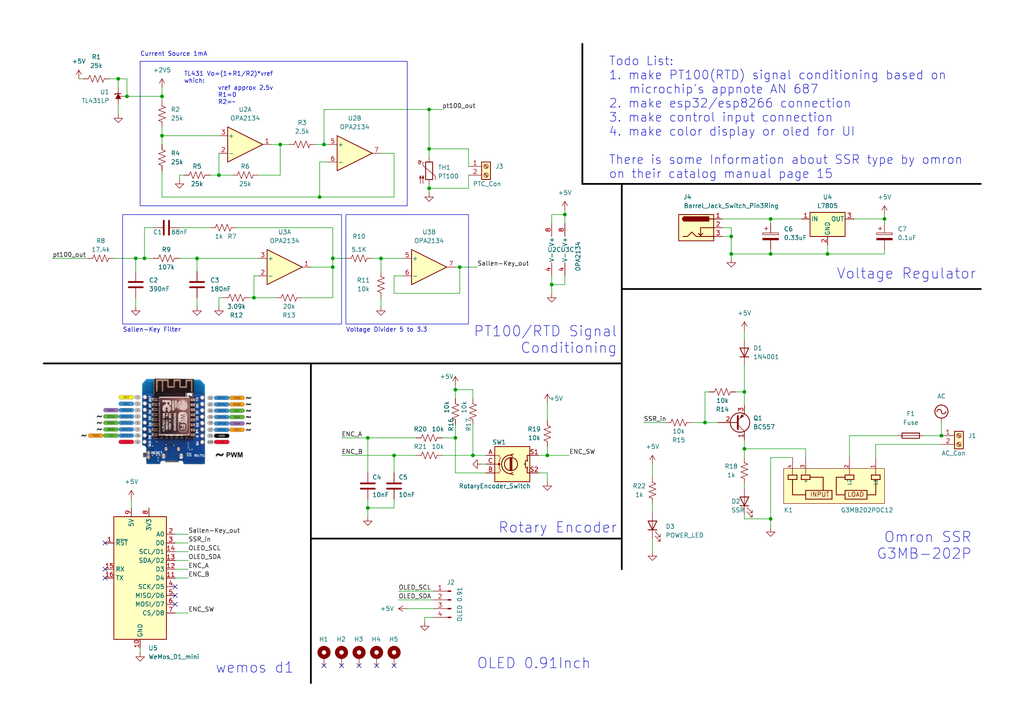
<source format=kicad_sch>
(kicad_sch (version 20231120) (generator "eeschema") (generator_version "8.0")
  (paper "A4")
  (title_block (title "Solder Reflow ") (date "2024-01-20") (rev "0"))
  (lib_symbols
    (symbol "Amplifier_Operational:OPA2134" (pin_names (offset 0.127))
      (property "Reference" "U" (at 0 5.08 0))
      (property "Value" "OPA2134" (at 0 -5.08 0))
      (symbol "OPA2134_1_1"
        (pin output line (at 7.62 0 180) (length 2.54) (name "~") (number "1"))
        (pin input line (at -7.62 -2.54 0) (length 2.54) (name "-") (number "2"))
        (pin input line (at -7.62 2.54 0) (length 2.54) (name "+") (number "3"))
      )
      (symbol "OPA2134_2_1"
        (pin input line (at -7.62 2.54 0) (length 2.54) (name "+") (number "5"))
        (pin input line (at -7.62 -2.54 0) (length 2.54) (name "-") (number "6"))
        (pin output line (at 7.62 0 180) (length 2.54) (name "~") (number "7"))
      )
      (symbol "OPA2134_3_1"
        (pin power_in line (at -2.54 -7.62 90) (length 3.81) (name "V-") (number "4"))
        (pin power_in line (at -2.54 7.62 270) (length 3.81) (name "V+") (number "8"))
      )
    )
    (symbol "Connector:Barrel_Jack_Switch_Pin3Ring" (pin_names hide)
      (property "Reference" "J" (at 0 5.334 0))
      (property "Value" "Barrel_Jack_Switch_Pin3Ring" (at 0 -5.08 0))
      (symbol "Barrel_Jack_Switch_Pin3Ring_1_1"
        (pin passive line (at 7.62 2.54 180) (length 2.54) (name "~") (number "1"))
        (pin passive line (at 7.62 0 180) (length 2.54) (name "~") (number "2"))
        (pin passive line (at 7.62 -2.54 180) (length 2.54) (name "~") (number "3"))
      )
    )
    (symbol "Connector:Conn_01x04_Pin" (pin_names (offset 1.016) hide)
      (property "Reference" "J" (at 0 5.08 0))
      (property "Value" "Conn_01x04_Pin" (at 0 -7.62 0))
      (symbol "Conn_01x04_Pin_1_1"
        (pin passive line (at 5.08 2.54 180) (length 3.81) (name "Pin_1") (number "1"))
        (pin passive line (at 5.08 0 180) (length 3.81) (name "Pin_2") (number "2"))
        (pin passive line (at 5.08 -2.54 180) (length 3.81) (name "Pin_3") (number "3"))
        (pin passive line (at 5.08 -5.08 180) (length 3.81) (name "Pin_4") (number "4"))
      )
    )
    (symbol "Connector:Screw_Terminal_01x02" (pin_names (offset 1.016) hide)
      (property "Reference" "J" (at 0 2.54 0))
      (property "Value" "Screw_Terminal_01x02" (at 0 -5.08 0))
      (symbol "Screw_Terminal_01x02_1_1"
        (pin passive line (at -5.08 0 0) (length 3.81) (name "Pin_1") (number "1"))
        (pin passive line (at -5.08 -2.54 0) (length 3.81) (name "Pin_2") (number "2"))
      )
    )
    (symbol "Device:C" (pin_numbers hide) (pin_names (offset 0.254))
      (property "Reference" "C" (at 0.635 2.54 0))
      (property "Value" "C" (at 0.635 -2.54 0))
      (symbol "C_1_1"
        (pin passive line (at 0 3.81 270) (length 2.794) (name "~") (number "1"))
        (pin passive line (at 0 -3.81 90) (length 2.794) (name "~") (number "2"))
      )
    )
    (symbol "Device:C_Polarized" (pin_numbers hide) (pin_names (offset 0.254))
      (property "Reference" "C" (at 0.635 2.54 0))
      (property "Value" "C_Polarized" (at 0.635 -2.54 0))
      (symbol "C_Polarized_1_1"
        (pin passive line (at 0 3.81 270) (length 2.794) (name "~") (number "1"))
        (pin passive line (at 0 -3.81 90) (length 2.794) (name "~") (number "2"))
      )
    )
    (symbol "Device:Fuse" (pin_numbers hide) (pin_names (offset 0))
      (property "Reference" "F" (at 2.032 0 90))
      (property "Value" "Fuse" (at -1.905 0 90))
      (symbol "Fuse_1_1"
        (pin passive line (at 0 3.81 270) (length 1.27) (name "~") (number "1"))
        (pin passive line (at 0 -3.81 90) (length 1.27) (name "~") (number "2"))
      )
    )
    (symbol "Device:LED" (pin_numbers hide) (pin_names (offset 1.016) hide)
      (property "Reference" "D" (at 0 2.54 0))
      (property "Value" "LED" (at 0 -2.54 0))
      (symbol "LED_1_1"
        (pin passive line (at -3.81 0 0) (length 2.54) (name "K") (number "1"))
        (pin passive line (at 3.81 0 180) (length 2.54) (name "A") (number "2"))
      )
    )
    (symbol "Device:R_US" (pin_numbers hide) (pin_names (offset 0))
      (property "Reference" "R" (at 2.54 0 90))
      (property "Value" "R_US" (at -2.54 0 90))
      (symbol "R_US_1_1"
        (pin passive line (at 0 3.81 270) (length 1.27) (name "~") (number "1"))
        (pin passive line (at 0 -3.81 90) (length 1.27) (name "~") (number "2"))
      )
    )
    (symbol "Device:RotaryEncoder_Switch" (pin_names (offset 0.254) hide)
      (property "Reference" "SW" (at 0 6.604 0))
      (property "Value" "RotaryEncoder_Switch" (at 0 -6.604 0))
      (symbol "RotaryEncoder_Switch_1_1"
        (pin passive line (at -7.62 2.54 0) (length 2.54) (name "A") (number "A"))
        (pin passive line (at -7.62 -2.54 0) (length 2.54) (name "B") (number "B"))
        (pin passive line (at -7.62 0 0) (length 2.54) (name "C") (number "C"))
        (pin passive line (at 7.62 2.54 180) (length 2.54) (name "S1") (number "S1"))
        (pin passive line (at 7.62 -2.54 180) (length 2.54) (name "S2") (number "S2"))
      )
    )
    (symbol "Diode:1N4001" (pin_numbers hide) (pin_names hide)
      (property "Reference" "D" (at 0 2.54 0))
      (property "Value" "1N4001" (at 0 -2.54 0))
      (symbol "1N4001_1_1"
        (pin passive line (at -3.81 0 0) (length 2.54) (name "K") (number "1"))
        (pin passive line (at 3.81 0 180) (length 2.54) (name "A") (number "2"))
      )
    )
    (symbol "G3MB202PDC12:G3MB202PDC12" (pin_names (offset 1.016))
      (property "Reference" "K" (at -4.4639 5.7277 0))
      (property "Value" "G3MB202PDC12" (at -4.4727 -7.0055 0))
      (symbol "G3MB202PDC12_0_0"
        (text "INPUT" (at -7.6613 -3.1828 0) (effects (font (size 1.2758 1.2758)) (justify left bottom)))
        (text "LOAD" (at 3.187 -3.1766 0) (effects (font (size 1.2727 1.2727)) (justify left bottom)))
        (pin power_in line (at 11.43 8.255 270) (length 5.08) (name "L1") (number "1"))
        (pin power_in line (at 3.81 8.255 270) (length 5.08) (name "L2") (number "2"))
        (pin power_in line (at -8.89 8.255 270) (length 5.08) (name "+") (number "3"))
        (pin power_in line (at -12.7 8.255 270) (length 5.08) (name "-") (number "4"))
      )
    )
    (symbol "MCU_Module:WeMos_D1_mini"
      (property "Reference" "U" (at 3.81 19.05 0))
      (property "Value" "WeMos_D1_mini" (at 1.27 -19.05 0))
      (symbol "WeMos_D1_mini_1_1"
        (pin input line (at -10.16 10.16 0) (length 2.54) (name "~{RST}") (number "1"))
        (pin power_in line (at 0 -20.32 90) (length 2.54) (name "GND") (number "10"))
        (pin bidirectional line (at 10.16 0 180) (length 2.54) (name "D4") (number "11"))
        (pin bidirectional line (at 10.16 2.54 180) (length 2.54) (name "D3") (number "12"))
        (pin bidirectional line (at 10.16 5.08 180) (length 2.54) (name "SDA/D2") (number "13"))
        (pin bidirectional line (at 10.16 7.62 180) (length 2.54) (name "SCL/D1") (number "14"))
        (pin input line (at -10.16 2.54 0) (length 2.54) (name "RX") (number "15"))
        (pin output line (at -10.16 0 0) (length 2.54) (name "TX") (number "16"))
        (pin input line (at 10.16 12.7 180) (length 2.54) (name "A0") (number "2"))
        (pin bidirectional line (at 10.16 10.16 180) (length 2.54) (name "D0") (number "3"))
        (pin bidirectional line (at 10.16 -2.54 180) (length 2.54) (name "SCK/D5") (number "4"))
        (pin bidirectional line (at 10.16 -5.08 180) (length 2.54) (name "MISO/D6") (number "5"))
        (pin bidirectional line (at 10.16 -7.62 180) (length 2.54) (name "MOSI/D7") (number "6"))
        (pin bidirectional line (at 10.16 -10.16 180) (length 2.54) (name "CS/D8") (number "7"))
        (pin power_out line (at 2.54 20.32 270) (length 2.54) (name "3V3") (number "8"))
        (pin power_in line (at -2.54 20.32 270) (length 2.54) (name "5V") (number "9"))
      )
    )
    (symbol "Mechanical:MountingHole_Pad" (pin_numbers hide) (pin_names (offset 1.016) hide)
      (property "Reference" "H" (at 0 6.35 0))
      (property "Value" "MountingHole_Pad" (at 0 4.445 0))
      (symbol "MountingHole_Pad_1_1"
        (pin input line (at 0 -2.54 90) (length 2.54) (name "1") (number "1"))
      )
    )
    (symbol "Reference_Voltage:TL431LP" (pin_numbers hide) (pin_names hide)
      (property "Reference" "U" (at -2.54 2.54 0))
      (property "Value" "TL431LP" (at 0 -2.54 0))
      (symbol "TL431LP_1_1"
        (pin passive line (at 0 2.54 270) (length 2.54) (name "REF") (number "1"))
        (pin passive line (at -2.54 0 0) (length 2.54) (name "A") (number "2"))
        (pin passive line (at 2.54 0 180) (length 2.54) (name "K") (number "3"))
      )
    )
    (symbol "Regulator_Linear:L7805" (pin_names (offset 0.254))
      (property "Reference" "U" (at -3.81 3.175 0))
      (property "Value" "L7805" (at 0 3.175 0))
      (symbol "L7805_1_1"
        (pin power_in line (at -7.62 0 0) (length 2.54) (name "IN") (number "1"))
        (pin power_in line (at 0 -7.62 90) (length 2.54) (name "GND") (number "2"))
        (pin power_out line (at 7.62 0 180) (length 2.54) (name "OUT") (number "3"))
      )
    )
    (symbol "Sensor_Temperature:PT100" (pin_numbers hide) (pin_names (offset 0))
      (property "Reference" "TH" (at -4.445 0 90))
      (property "Value" "PT100" (at 3.175 0 90))
      (symbol "PT100_1_1"
        (pin passive line (at 0 3.81 270) (length 1.27) (name "~") (number "1"))
        (pin passive line (at 0 -3.81 90) (length 1.27) (name "~") (number "2"))
      )
    )
    (symbol "Transistor_BJT:BC557" (pin_names (offset 0) hide)
      (property "Reference" "Q" (at 5.08 1.905 0))
      (property "Value" "BC557" (at 5.08 0 0))
      (symbol "BC557_1_1"
        (pin passive line (at 2.54 5.08 270) (length 2.54) (name "C") (number "1"))
        (pin input line (at -5.08 0 0) (length 5.715) (name "B") (number "2"))
        (pin passive line (at 2.54 -5.08 90) (length 2.54) (name "E") (number "3"))
      )
    )
    (symbol "power:+2V5" (power) (pin_names (offset 0))
      (property "Value" "+2V5" (at 0 3.556 0))
      (symbol "+2V5_1_1"
        (pin power_in line (at 0 0 90) (length 0) hide (name "+2V5") (number "1"))
      )
    )
    (symbol "power:+5V" (power) (pin_names (offset 0))
      (property "Value" "+5V" (at 0 3.556 0))
      (symbol "+5V_1_1"
        (pin power_in line (at 0 0 90) (length 0) hide (name "+5V") (number "1"))
      )
    )
    (symbol "power:AC" (power) (pin_names (offset 0))
      (property "Value" "AC" (at 0 6.35 0))
      (symbol "AC_1_1"
        (pin power_in line (at 0 0 90) (length 0) hide (name "AC") (number "1"))
      )
    )
    (symbol "power:GND" (power) (pin_names (offset 0))
      (property "Value" "GND" (at 0 -3.81 0))
      (symbol "GND_1_1"
        (pin power_in line (at 0 0 270) (length 0) hide (name "GND") (number "1"))
      )
    )
  )
  (junction (at 223.52 150.495))
  (junction (at 204.47 122.555))
  (junction (at 160.02 82.55))
  (junction (at 36.83 27.94))
  (junction (at 96.52 74.93))
  (junction (at 137.16 132.08))
  (junction (at 212.09 68.58))
  (junction (at 124.46 54.61))
  (junction (at 223.52 63.5))
  (junction (at 93.98 41.91))
  (junction (at 114.3 132.08))
  (junction (at 240.03 73.66))
  (junction (at 132.08 113.03))
  (junction (at 57.15 74.93))
  (junction (at 158.75 132.08))
  (junction (at 41.91 74.93))
  (junction (at 132.08 127))
  (junction (at 212.09 73.66))
  (junction (at 133.35 77.47))
  (junction (at 106.68 147.32))
  (junction (at 81.28 41.91))
  (junction (at 106.68 127))
  (junction (at 124.46 31.75))
  (junction (at 223.52 73.66))
  (junction (at 73.66 86.36))
  (junction (at 256.54 63.5))
  (junction (at 96.52 77.47))
  (junction (at 92.71 57.15))
  (junction (at 46.99 39.37))
  (junction (at 215.9 130.175))
  (junction (at 63.5 50.8))
  (junction (at 215.9 113.665))
  (junction (at 110.49 74.93))
  (junction (at 39.37 74.93))
  (junction (at 273.05 126.365))
  (junction (at 46.99 27.94))
  (junction (at 34.29 22.86))
  (junction (at 163.83 62.23))
  (junction (at 124.46 43.18))
  (no_connect (at 50.8 170.18))
  (no_connect (at 50.8 172.72))
  (no_connect (at 30.48 167.64))
  (no_connect (at 50.8 175.26))
  (no_connect (at 104.14 193.04))
  (no_connect (at 30.48 157.48))
  (no_connect (at 114.3 193.04))
  (no_connect (at 109.22 193.04))
  (no_connect (at 93.98 193.04))
  (no_connect (at 99.06 193.04))
  (no_connect (at 30.48 165.1))
  (wire (pts (xy 212.09 66.04) (xy 212.09 68.58)))
  (wire (pts (xy 160.02 82.55) (xy 160.02 80.01)))
  (wire (pts (xy 118.11 176.53) (xy 125.73 176.53)))
  (wire (pts (xy 156.21 132.08) (xy 158.75 132.08)))
  (wire (pts (xy 124.46 45.72) (xy 124.46 43.18)))
  (wire (pts (xy 139.7 134.62) (xy 140.97 134.62)))
  (wire (pts (xy 63.5 44.45) (xy 63.5 50.8)))
  (wire (pts (xy 95.25 46.99) (xy 92.71 46.99)))
  (wire (pts (xy 132.08 127) (xy 132.08 123.19)))
  (wire (pts (xy 50.8 160.02) (xy 54.61 160.02)))
  (wire (pts (xy 114.3 137.16) (xy 114.3 132.08)))
  (wire (pts (xy 223.52 73.66) (xy 240.03 73.66)))
  (wire (pts (xy 87.63 86.36) (xy 96.52 86.36)))
  (wire (pts (xy 50.8 177.8) (xy 54.61 177.8)))
  (wire (pts (xy 96.52 66.04) (xy 96.52 74.93)))
  (wire (pts (xy 223.52 63.5) (xy 223.52 64.77)))
  (wire (pts (xy 132.08 137.16) (xy 132.08 127)))
  (wire (pts (xy 215.9 113.665) (xy 215.9 117.475)))
  (wire (pts (xy 93.98 41.91) (xy 95.25 41.91)))
  (wire (pts (xy 63.5 50.8) (xy 67.31 50.8)))
  (wire (pts (xy 33.02 74.93) (xy 39.37 74.93)))
  (wire (pts (xy 200.66 122.555) (xy 204.47 122.555)))
  (wire (pts (xy 63.5 86.36) (xy 64.77 86.36)))
  (wire (pts (xy 273.05 122.555) (xy 273.05 126.365)))
  (wire (pts (xy 132.08 77.47) (xy 133.35 77.47)))
  (polyline (pts (xy 180.34 83.82) (xy 284.48 83.82)) (stroke (width 0.5) (color 0 0 0 1)))
  (wire (pts (xy 124.46 31.75) (xy 128.27 31.75)))
  (polyline (pts (xy 168.91 13.97) (xy 168.91 53.34)) (stroke (width 0.5) (color 0 0 0 1)))
  (wire (pts (xy 240.03 73.66) (xy 256.54 73.66)))
  (wire (pts (xy 46.99 39.37) (xy 63.5 39.37)))
  (wire (pts (xy 158.75 116.84) (xy 158.75 121.92)))
  (wire (pts (xy 91.44 41.91) (xy 93.98 41.91)))
  (wire (pts (xy 223.52 132.715) (xy 229.87 132.715)))
  (wire (pts (xy 209.55 66.04) (xy 212.09 66.04)))
  (wire (pts (xy 22.86 22.86) (xy 24.13 22.86)))
  (wire (pts (xy 46.99 27.94) (xy 46.99 29.21)))
  (wire (pts (xy 215.9 130.175) (xy 215.9 127.635)))
  (wire (pts (xy 106.68 144.78) (xy 106.68 147.32)))
  (wire (pts (xy 213.36 113.665) (xy 215.9 113.665)))
  (polyline (pts (xy 90.17 105.41) (xy 90.17 198.12)) (stroke (width 0.5) (color 0 0 0 1)))
  (wire (pts (xy 123.19 180.34) (xy 123.19 179.07)))
  (wire (pts (xy 44.45 66.04) (xy 41.91 66.04)))
  (wire (pts (xy 34.29 25.4) (xy 34.29 22.86)))
  (wire (pts (xy 46.99 25.4) (xy 46.99 27.94)))
  (wire (pts (xy 205.74 113.665) (xy 204.47 113.665)))
  (wire (pts (xy 41.91 74.93) (xy 44.45 74.93)))
  (wire (pts (xy 114.3 144.78) (xy 114.3 147.32)))
  (wire (pts (xy 72.39 86.36) (xy 73.66 86.36)))
  (wire (pts (xy 60.96 50.8) (xy 63.5 50.8)))
  (wire (pts (xy 124.46 31.75) (xy 93.98 31.75)))
  (wire (pts (xy 189.23 156.21) (xy 189.23 160.02)))
  (wire (pts (xy 158.75 132.08) (xy 165.1 132.08)))
  (wire (pts (xy 40.64 187.96) (xy 40.64 189.23)))
  (wire (pts (xy 115.57 171.45) (xy 125.73 171.45)))
  (wire (pts (xy 52.07 50.8) (xy 53.34 50.8)))
  (wire (pts (xy 256.54 72.39) (xy 256.54 73.66)))
  (wire (pts (xy 106.68 147.32) (xy 106.68 149.86)))
  (wire (pts (xy 52.07 74.93) (xy 57.15 74.93)))
  (polyline (pts (xy 180.34 53.34) (xy 284.48 53.34)) (stroke (width 0.5) (color 0 0 0 1)))
  (wire (pts (xy 34.29 30.48) (xy 34.29 33.02)))
  (wire (pts (xy 254 128.905) (xy 273.05 128.905)))
  (wire (pts (xy 114.3 57.15) (xy 114.3 44.45)))
  (wire (pts (xy 204.47 113.665) (xy 204.47 122.555)))
  (wire (pts (xy 163.83 60.96) (xy 163.83 62.23)))
  (wire (pts (xy 93.98 31.75) (xy 93.98 41.91)))
  (wire (pts (xy 99.06 127) (xy 106.68 127)))
  (polyline (pts (xy 180.34 105.41) (xy 180.34 165.1)) (stroke (width 0.5) (color 0 0 0 1)))
  (wire (pts (xy 212.09 68.58) (xy 212.09 73.66)))
  (wire (pts (xy 124.46 43.18) (xy 124.46 31.75)))
  (wire (pts (xy 128.27 127) (xy 132.08 127)))
  (wire (pts (xy 128.27 132.08) (xy 137.16 132.08)))
  (wire (pts (xy 132.08 113.03) (xy 132.08 115.57)))
  (wire (pts (xy 209.55 63.5) (xy 223.52 63.5)))
  (wire (pts (xy 74.93 50.8) (xy 81.28 50.8)))
  (wire (pts (xy 38.1 144.78) (xy 38.1 147.32)))
  (wire (pts (xy 50.8 162.56) (xy 54.61 162.56)))
  (wire (pts (xy 215.9 95.885) (xy 215.9 98.425)))
  (wire (pts (xy 96.52 86.36) (xy 96.52 77.47)))
  (wire (pts (xy 50.8 154.94) (xy 54.61 154.94)))
  (polyline (pts (xy 90.17 156.21) (xy 180.34 156.21)) (stroke (width 0.5) (color 0 0 0 1)))
  (wire (pts (xy 57.15 78.74) (xy 57.15 74.93)))
  (wire (pts (xy 81.28 50.8) (xy 81.28 41.91)))
  (wire (pts (xy 73.66 80.01) (xy 73.66 86.36)))
  (wire (pts (xy 240.03 73.66) (xy 240.03 71.12)))
  (wire (pts (xy 132.08 111.76) (xy 132.08 113.03)))
  (wire (pts (xy 114.3 85.09) (xy 133.35 85.09)))
  (wire (pts (xy 137.16 113.03) (xy 132.08 113.03)))
  (wire (pts (xy 215.9 130.175) (xy 233.68 130.175)))
  (wire (pts (xy 215.9 140.335) (xy 215.9 141.605)))
  (wire (pts (xy 137.16 132.08) (xy 137.16 123.19)))
  (wire (pts (xy 223.52 132.715) (xy 223.52 150.495)))
  (wire (pts (xy 52.07 66.04) (xy 60.96 66.04)))
  (wire (pts (xy 160.02 62.23) (xy 163.83 62.23)))
  (polyline (pts (xy 180.34 105.41) (xy 180.34 53.34)) (stroke (width 0.5) (color 0 0 0 1)))
  (wire (pts (xy 81.28 41.91) (xy 78.74 41.91)))
  (wire (pts (xy 50.8 165.1) (xy 54.61 165.1)))
  (wire (pts (xy 68.58 66.04) (xy 96.52 66.04)))
  (wire (pts (xy 36.83 22.86) (xy 36.83 27.94)))
  (wire (pts (xy 96.52 77.47) (xy 90.17 77.47)))
  (wire (pts (xy 215.9 106.045) (xy 215.9 113.665)))
  (wire (pts (xy 215.9 149.225) (xy 215.9 150.495)))
  (wire (pts (xy 256.54 62.23) (xy 256.54 63.5)))
  (wire (pts (xy 215.9 150.495) (xy 223.52 150.495)))
  (wire (pts (xy 50.8 167.64) (xy 54.61 167.64)))
  (wire (pts (xy 246.38 126.365) (xy 260.35 126.365)))
  (wire (pts (xy 116.84 80.01) (xy 114.3 80.01)))
  (wire (pts (xy 133.35 85.09) (xy 133.35 77.47)))
  (wire (pts (xy 140.97 132.08) (xy 137.16 132.08)))
  (wire (pts (xy 31.75 22.86) (xy 34.29 22.86)))
  (wire (pts (xy 92.71 46.99) (xy 92.71 57.15)))
  (wire (pts (xy 81.28 41.91) (xy 83.82 41.91)))
  (wire (pts (xy 209.55 68.58) (xy 212.09 68.58)))
  (wire (pts (xy 163.83 80.01) (xy 163.83 82.55)))
  (wire (pts (xy 212.09 73.66) (xy 223.52 73.66)))
  (wire (pts (xy 135.89 43.18) (xy 124.46 43.18)))
  (wire (pts (xy 135.89 50.8) (xy 135.89 54.61)))
  (wire (pts (xy 267.97 126.365) (xy 273.05 126.365)))
  (wire (pts (xy 110.49 86.36) (xy 110.49 88.9)))
  (wire (pts (xy 39.37 86.36) (xy 39.37 88.9)))
  (wire (pts (xy 63.5 88.9) (xy 63.5 86.36)))
  (wire (pts (xy 123.19 179.07) (xy 125.73 179.07)))
  (wire (pts (xy 46.99 36.83) (xy 46.99 39.37)))
  (wire (pts (xy 36.83 27.94) (xy 46.99 27.94)))
  (wire (pts (xy 106.68 127) (xy 106.68 137.16)))
  (wire (pts (xy 52.07 52.07) (xy 52.07 50.8)))
  (wire (pts (xy 189.23 146.05) (xy 189.23 148.59)))
  (wire (pts (xy 124.46 54.61) (xy 124.46 55.88)))
  (wire (pts (xy 46.99 49.53) (xy 46.99 57.15)))
  (wire (pts (xy 223.52 150.495) (xy 223.52 153.035)))
  (wire (pts (xy 158.75 137.16) (xy 158.75 139.7)))
  (wire (pts (xy 57.15 74.93) (xy 74.93 74.93)))
  (wire (pts (xy 124.46 53.34) (xy 124.46 54.61)))
  (polyline (pts (xy 12.7 105.41) (xy 180.34 105.41)) (stroke (width 0.5) (color 0 0 0 1)))
  (wire (pts (xy 215.9 130.175) (xy 215.9 132.715)))
  (wire (pts (xy 39.37 74.93) (xy 39.37 78.74)))
  (wire (pts (xy 96.52 74.93) (xy 96.52 77.47)))
  (wire (pts (xy 99.06 132.08) (xy 114.3 132.08)))
  (wire (pts (xy 39.37 74.93) (xy 41.91 74.93)))
  (wire (pts (xy 186.69 122.555) (xy 193.04 122.555)))
  (wire (pts (xy 204.47 122.555) (xy 208.28 122.555)))
  (wire (pts (xy 107.95 74.93) (xy 110.49 74.93)))
  (wire (pts (xy 73.66 86.36) (xy 80.01 86.36)))
  (wire (pts (xy 74.93 80.01) (xy 73.66 80.01)))
  (wire (pts (xy 212.09 73.66) (xy 212.09 74.93)))
  (wire (pts (xy 92.71 57.15) (xy 114.3 57.15)))
  (wire (pts (xy 158.75 132.08) (xy 158.75 129.54)))
  (wire (pts (xy 254 128.905) (xy 254 132.715)))
  (wire (pts (xy 41.91 66.04) (xy 41.91 74.93)))
  (wire (pts (xy 133.35 77.47) (xy 138.43 77.47)))
  (wire (pts (xy 135.89 48.26) (xy 135.89 43.18)))
  (wire (pts (xy 223.52 72.39) (xy 223.52 73.66)))
  (wire (pts (xy 114.3 80.01) (xy 114.3 85.09)))
  (wire (pts (xy 34.29 22.86) (xy 36.83 22.86)))
  (wire (pts (xy 114.3 44.45) (xy 110.49 44.45)))
  (wire (pts (xy 247.65 63.5) (xy 256.54 63.5)))
  (wire (pts (xy 106.68 147.32) (xy 114.3 147.32)))
  (wire (pts (xy 115.57 173.99) (xy 125.73 173.99)))
  (wire (pts (xy 156.21 137.16) (xy 158.75 137.16)))
  (wire (pts (xy 15.24 74.93) (xy 25.4 74.93)))
  (wire (pts (xy 46.99 39.37) (xy 46.99 41.91)))
  (wire (pts (xy 163.83 62.23) (xy 163.83 64.77)))
  (wire (pts (xy 110.49 74.93) (xy 116.84 74.93)))
  (wire (pts (xy 160.02 64.77) (xy 160.02 62.23)))
  (wire (pts (xy 137.16 115.57) (xy 137.16 113.03)))
  (wire (pts (xy 223.52 63.5) (xy 232.41 63.5)))
  (wire (pts (xy 246.38 126.365) (xy 246.38 132.715)))
  (wire (pts (xy 140.97 137.16) (xy 132.08 137.16)))
  (wire (pts (xy 114.3 132.08) (xy 120.65 132.08)))
  (polyline (pts (xy 180.34 53.34) (xy 168.91 53.34)) (stroke (width 0.5) (color 0 0 0 1)))
  (wire (pts (xy 189.23 134.62) (xy 189.23 138.43)))
  (wire (pts (xy 96.52 74.93) (xy 100.33 74.93)))
  (wire (pts (xy 57.15 86.36) (xy 57.15 88.9)))
  (wire (pts (xy 50.8 157.48) (xy 54.61 157.48)))
  (polyline (pts (xy 168.91 12.7) (xy 168.91 13.97)) (stroke (width 0.5) (color 0 0 0 1)))
  (wire (pts (xy 46.99 57.15) (xy 92.71 57.15)))
  (wire (pts (xy 160.02 82.55) (xy 160.02 85.09)))
  (wire (pts (xy 233.68 130.175) (xy 233.68 132.715)))
  (wire (pts (xy 163.83 82.55) (xy 160.02 82.55)))
  (wire (pts (xy 256.54 63.5) (xy 256.54 64.77)))
  (wire (pts (xy 135.89 54.61) (xy 124.46 54.61)))
  (wire (pts (xy 120.65 127) (xy 106.68 127)))
  (wire (pts (xy 110.49 74.93) (xy 110.49 78.74)))
  (rectangle (start 40.64 17.78) (end 118.11 59.69))
  (rectangle (start 100.33 62.23) (end 135.89 93.98))
  (rectangle (start 35.56 62.23) (end 99.06 93.98))
  (rectangle (start 116.84 58.42) (end 116.84 58.42))
  (image (at 48.26 121.92) (scale 0.862811))
  (text "Sallen-Key Filter" (at 35.56 96.52 0) (effects (font (size 1.27 1.27)) (justify left bottom)))
  (text "Voltage Regulator" (at 283.21 81.28 0) (effects (font (size 3 3)) (justify right bottom)))
  (text "wemos d1 " (at 87.63 195.58 0) (effects (font (size 3 3)) (justify right bottom)))
  (text "PT100/RTD Signal\nConditioning" (at 179.07 102.87 0) (effects (font (size 3 3)) (justify right bottom)))
  (text "Voltage Divider 5 to 3.3" (at 100.33 96.52 0) (effects (font (size 1.27 1.27)) (justify left bottom)))
  (text "OLED 0.91Inch" (at 171.45 194.31 0) (effects (font (size 3 3)) (justify right bottom)))
  (text "TL431 Vo=(1+R1/R2)*vref\nwhich:  \n		vref approx 2.5v \n		R1=0\n		R2=~" (at 53.34 30.48 0) (effects (font (size 1.27 1.27)) (justify left bottom)))
  (text "Todo List: \n1. make PT100(RTD) signal conditioning based on \n   microchip's appnote AN 687\n2. make esp32/esp8266 connection \n3. make control input connection \n4. make color display or oled for UI\n\nThere is some Information about SSR type by omron \non their catalog manual page 15" (at 176.53 52.07 0) (effects (font (size 2.54 2.54)) (justify left bottom)))
  (text "Current Source 1mA" (at 40.64 16.51 0) (effects (font (size 1.27 1.27)) (justify left bottom)))
  (text "Rotary Encoder" (at 179.07 154.94 0) (effects (font (size 3 3)) (justify right bottom)))
  (text "Omron SSR\nG3MB-202P" (at 281.94 162.56 0) (effects (font (size 3 3)) (justify right bottom)))
  (label "pt100_out" (at 128.27 31.75 0))
  (label "SSR_in" (at 54.61 157.48 0))
  (label "ENC_SW" (at 165.1 132.08 0))
  (label "Sallen-Key_out" (at 138.43 77.47 0))
  (label "ENC_B" (at 99.06 132.08 0))
  (label "OLED_SDA" (at 115.57 173.99 0))
  (label "ENC_B" (at 54.61 167.64 0))
  (label "SSR_in" (at 186.69 122.555 0))
  (label "OLED_SCL" (at 54.61 160.02 0))
  (label "ENC_SW" (at 54.61 177.8 0))
  (label "pt100_out" (at 15.24 74.93 0))
  (label "ENC_A" (at 54.61 165.1 0))
  (label "OLED_SCL" (at 115.57 171.45 0))
  (label "Sallen-Key_out" (at 54.61 154.94 0))
  (label "ENC_A" (at 99.06 127 0))
  (label "OLED_SDA" (at 54.61 162.56 0))
  (symbol (lib_id "Device:C") (at 106.68 140.97 0) (unit 1) (exclude_from_sim yes)
    (property "Reference" "C4" (at 107.95 138.43 0) (effects (justify left)))
    (property "Value" "10nF" (at 107.95 143.51 0) (effects (justify left)))
    (property "Footprint" "Capacitor_THT:C_Disc_D4.3mm_W1.9mm_P5.00mm" (effects (hide yes)))
  )
  (symbol (lib_id "power:GND") (at 160.02 85.09 0) (unit 1)
    (property "Reference" "#PWR06" (effects (hide yes)))
    (property "Value" "GND" (effects (hide yes)))
  )
  (symbol (lib_id "Device:R_US") (at 83.82 86.36 90) (unit 1) (exclude_from_sim yes)
    (property "Reference" "R13" (at 83.82 91.44 90))
    (property "Value" "20k" (at 83.82 88.9 90))
    (property "Footprint" "Resistor_THT:R_Axial_DIN0207_L6.3mm_D2.5mm_P10.16mm_Horizontal" (effects (hide yes)))
  )
  (symbol (lib_id "Amplifier_Operational:OPA2134") (at 166.37 72.39 0) (unit 3)
    (property "Reference" "U3" (at 162.56 72.39 0) (effects (justify left)))
    (property "Value" "OPA2134" (at 167.64 78.74 90) (effects (justify left)))
    (property "Footprint" "Package_DIP:DIP-8_W7.62mm_LongPads" (effects (hide yes)))
    (property "Datasheet" "http://www.ti.com/lit/ds/symlink/opa134.pdf" (effects (hide yes)))
  )
  (symbol (lib_id "power:+5V") (at 215.9 95.885 0) (unit 1) (exclude_from_sim yes)
    (property "Reference" "#PWR08" (effects (hide yes)))
    (property "Value" "+5V" (at 215.9 90.805 0))
  )
  (symbol (lib_id "Amplifier_Operational:OPA2134") (at 82.55 77.47 0) (unit 1)
    (property "Reference" "U3" (at 82.55 67.31 0))
    (property "Value" "OPA2134" (at 82.55 69.85 0))
    (property "Footprint" "Package_DIP:DIP-8_W7.62mm_LongPads" (effects (hide yes)))
    (property "Datasheet" "http://www.ti.com/lit/ds/symlink/opa134.pdf" (effects (hide yes)))
  )
  (symbol (lib_id "power:GND") (at 106.68 149.86 0) (unit 1)
    (property "Reference" "#PWR020" (effects (hide yes)))
    (property "Value" "GND" (effects (hide yes)))
  )
  (symbol (lib_id "Device:C_Polarized") (at 256.54 68.58 0) (unit 1)
    (property "Reference" "C7" (at 260.35 66.4209 0) (effects (justify left)))
    (property "Value" "0.1uF" (at 260.35 68.9609 0) (effects (justify left)))
    (property "Footprint" "Capacitor_THT:CP_Radial_D6.3mm_P2.50mm" (effects (hide yes)))
  )
  (symbol (lib_id "Mechanical:MountingHole_Pad") (at 99.06 190.5 0) (unit 1)
    (property "Reference" "H2" (at 100.33 185.42 0) (effects (justify right)))
    (property "Value" "MountingHole_Pad" (effects (hide yes)))
    (property "Footprint" "MountingHole:MountingHole_3.2mm_M3_DIN965_Pad" (effects (hide yes)))
  )
  (symbol (lib_id "Device:R_US") (at 215.9 136.525 180) (unit 1) (exclude_from_sim yes)
    (property "Reference" "R18" (at 212.09 135.255 0))
    (property "Value" "1k" (at 212.09 137.795 0))
    (property "Footprint" "Resistor_THT:R_Axial_DIN0207_L6.3mm_D2.5mm_P10.16mm_Horizontal" (effects (hide yes)))
  )
  (symbol (lib_id "power:GND") (at 223.52 153.035 0) (unit 1)
    (property "Reference" "#PWR016" (effects (hide yes)))
    (property "Value" "GND" (effects (hide yes)))
  )
  (symbol (lib_id "Amplifier_Operational:OPA2134") (at 102.87 44.45 0) (unit 2) (exclude_from_sim yes)
    (property "Reference" "U2" (at 102.87 34.29 0))
    (property "Value" "OPA2134" (at 102.87 36.83 0))
    (property "Footprint" "Package_DIP:DIP-8_W7.62mm_LongPads" (effects (hide yes)))
    (property "Datasheet" "http://www.ti.com/lit/ds/symlink/opa134.pdf" (effects (hide yes)))
  )
  (symbol (lib_id "MCU_Module:WeMos_D1_mini") (at 40.64 167.64 0) (unit 1) (exclude_from_sim yes)
    (property "Reference" "U5" (at 43.013 187.96 0) (effects (justify left)))
    (property "Value" "WeMos_D1_mini" (at 43.013 190.5 0) (effects (justify left)))
    (property "Footprint" "Module:WEMOS_D1_mini_light" (effects (hide yes)))
    (property "Datasheet" "https://wiki.wemos.cc/products:d1:d1_mini#documentation" (effects (hide yes)))
  )
  (symbol (lib_id "power:+5V") (at 22.86 22.86 0) (unit 1) (exclude_from_sim yes)
    (property "Reference" "#PWR01" (effects (hide yes)))
    (property "Value" "+5V" (at 22.86 17.78 0))
  )
  (symbol (lib_id "Device:R_US") (at 57.15 50.8 90) (unit 1) (exclude_from_sim yes)
    (property "Reference" "R5" (at 57.15 48.26 90))
    (property "Value" "25k" (at 57.15 53.34 90))
    (property "Footprint" "Resistor_THT:R_Axial_DIN0207_L6.3mm_D2.5mm_P10.16mm_Horizontal" (effects (hide yes)))
  )
  (symbol (lib_id "power:GND") (at 158.75 139.7 0) (unit 1)
    (property "Reference" "#PWR018" (effects (hide yes)))
    (property "Value" "GND" (effects (hide yes)))
  )
  (symbol (lib_id "Device:Fuse") (at 264.16 126.365 90) (unit 1)
    (property "Reference" "F1" (at 264.16 120.015 90))
    (property "Value" "Fuse" (at 264.16 122.555 90))
    (property "Footprint" "Fuse:Fuseholder_Littelfuse_100_series_5x30mm" (effects (hide yes)))
  )
  (symbol (lib_id "Regulator_Linear:L7805") (at 240.03 63.5 0) (unit 1)
    (property "Reference" "U4" (at 240.03 57.15 0))
    (property "Value" "L7805" (at 240.03 59.69 0))
    (property "Footprint" "Package_TO_SOT_THT:TO-220F-3_Horizontal_TabDown" (effects (hide yes)))
    (property "Datasheet" "http://www.st.com/content/ccc/resource/technical/document/datasheet/41/4f/b3/b0/12/d4/47/88/CD00000444.pdf/files/CD00000444.pdf/jcr:content/translations/en.CD00000444.pdf" (effects (hide yes)))
  )
  (symbol (lib_id "power:GND") (at 123.19 180.34 0) (unit 1)
    (property "Reference" "#PWR022" (effects (hide yes)))
    (property "Value" "GND" (effects (hide yes)))
  )
  (symbol (lib_id "Amplifier_Operational:OPA2134") (at 124.46 77.47 0) (unit 2)
    (property "Reference" "U3" (at 124.46 67.31 0))
    (property "Value" "OPA2134" (at 124.46 69.85 0))
    (property "Footprint" "Package_DIP:DIP-8_W7.62mm_LongPads" (effects (hide yes)))
    (property "Datasheet" "http://www.ti.com/lit/ds/symlink/opa134.pdf" (effects (hide yes)))
  )
  (symbol (lib_id "Device:R_US") (at 124.46 127 270) (unit 1) (exclude_from_sim yes)
    (property "Reference" "R20" (at 121.92 124.46 90))
    (property "Value" "10k" (at 127 124.46 90))
    (property "Footprint" "Resistor_THT:R_Axial_DIN0207_L6.3mm_D2.5mm_P10.16mm_Horizontal" (effects (hide yes)))
  )
  (symbol (lib_id "Device:C") (at 57.15 82.55 0) (unit 1) (exclude_from_sim yes)
    (property "Reference" "C3" (at 60.96 81.2799 0) (effects (justify left)))
    (property "Value" "180nF" (at 60.96 83.8199 0) (effects (justify left)))
    (property "Footprint" "Capacitor_THT:C_Disc_D4.3mm_W1.9mm_P5.00mm" (effects (hide yes)))
  )
  (symbol (lib_id "power:+5V") (at 132.08 111.76 0) (unit 1) (exclude_from_sim yes)
    (property "Reference" "#PWR014" (effects (hide yes)))
    (property "Value" "+5V" (at 129.54 109.22 0))
  )
  (symbol (lib_id "power:GND") (at 189.23 160.02 0) (unit 1)
    (property "Reference" "#PWR025" (effects (hide yes)))
    (property "Value" "GND" (effects (hide yes)))
  )
  (symbol (lib_id "Device:C") (at 114.3 140.97 0) (unit 1) (exclude_from_sim yes)
    (property "Reference" "C5" (at 115.57 138.43 0) (effects (justify left)))
    (property "Value" "10nF" (at 115.57 143.51 0) (effects (justify left)))
    (property "Footprint" "Capacitor_THT:C_Disc_D4.3mm_W1.9mm_P5.00mm" (effects (hide yes)))
  )
  (symbol (lib_id "Device:C") (at 39.37 82.55 0) (unit 1) (exclude_from_sim yes)
    (property "Reference" "C2" (at 43.18 81.2799 0) (effects (justify left)))
    (property "Value" "390nF" (at 43.18 83.8199 0) (effects (justify left)))
    (property "Footprint" "Capacitor_THT:C_Disc_D4.3mm_W1.9mm_P5.00mm" (effects (hide yes)))
  )
  (symbol (lib_id "Connector:Screw_Terminal_01x02") (at 140.97 48.26 0) (unit 1)
    (property "Reference" "J3" (at 143.637 48.2599 0) (effects (justify left)))
    (property "Value" "PTC_Con" (at 137.16 53.34 0) (effects (justify left)))
    (property "Footprint" "TerminalBlock_MetzConnect:TerminalBlock_MetzConnect_Type011_RT05502HBWC_1x02_P5.00mm_Horizontal" (effects (hide yes)))
  )
  (symbol (lib_id "G3MB202PDC12:G3MB202PDC12") (at 242.57 140.97 0) (unit 1)
    (property "Reference" "K1" (at 227.33 147.955 0) (effects (justify left)))
    (property "Value" "G3MB202PDC12" (at 243.84 147.955 0) (effects (justify left)))
    (property "Footprint" "downloadedLibrary:RELAY_G3MB202PDC12" (effects (hide yes)))
    (property "Description" "\nSolid State Relays - PCB Mount 12VDC/100-240VAC 2A\n" (effects (hide yes)))
    (property "MF" "Omron Automation and Safety" (effects (hide yes)))
    (property "Package" "SIP-4 Omron Automation" (effects (hide yes)))
    (property "Price" "None" (effects (hide yes)))
    (property "Check_prices" "https://www.snapeda.com/parts/G3MB-202P-DC12/Omron+Automation+and+Safety/view-part/?ref=eda" (effects (hide yes)))
    (property "STANDARD" "Manufacturer Recommendation" (effects (hide yes)))
    (property "PARTREV" "N/A" (effects (hide yes)))
    (property "SnapEDA_Link" "https://www.snapeda.com/parts/G3MB-202P-DC12/Omron+Automation+and+Safety/view-part/?ref=snap" (effects (hide yes)))
    (property "MP" "G3MB-202P-DC12" (effects (hide yes)))
    (property "Availability" "In Stock" (effects (hide yes)))
    (property "MANUFACTURER" "Omron" (effects (hide yes)))
  )
  (symbol (lib_id "power:GND") (at 40.64 189.23 0) (unit 1)
    (property "Reference" "#PWR023" (effects (hide yes)))
    (property "Value" "GND" (effects (hide yes)))
  )
  (symbol (lib_id "Reference_Voltage:TL431LP") (at 34.29 27.94 270) (mirror x) (unit 1)
    (property "Reference" "U1" (at 31.75 26.6699 90) (effects (justify right)))
    (property "Value" "TL431LP" (at 31.75 29.2099 90) (effects (justify right)))
    (property "Footprint" "Package_TO_SOT_THT:TO-92_Inline_Wide" (effects (hide yes)))
    (property "Datasheet" "http://www.ti.com/lit/ds/symlink/tl431.pdf" (effects (hide yes)))
  )
  (symbol (lib_id "Device:R_US") (at 68.58 86.36 90) (unit 1) (exclude_from_sim yes)
    (property "Reference" "R12" (at 68.58 91.44 90))
    (property "Value" "3.09k" (at 68.58 88.9 90))
    (property "Footprint" "Resistor_THT:R_Axial_DIN0207_L6.3mm_D2.5mm_P10.16mm_Horizontal" (effects (hide yes)))
  )
  (symbol (lib_id "power:AC") (at 273.05 122.555 0) (unit 1) (exclude_from_sim yes)
    (property "Reference" "#PWR013" (effects (hide yes)))
    (property "Value" "AC" (at 273.05 114.935 0))
  )
  (symbol (lib_id "Device:LED") (at 215.9 145.415 90) (unit 1)
    (property "Reference" "D2" (at 212.09 145.415 90) (effects (justify right)))
    (property "Value" "SSR" (at 212.09 147.955 90) (effects (justify right)))
    (property "Footprint" "LED_THT:LED_D5.0mm" (effects (hide yes)))
  )
  (symbol (lib_id "power:GND") (at 124.46 55.88 0) (unit 1)
    (property "Reference" "#PWR07" (effects (hide yes)))
    (property "Value" "GND" (effects (hide yes)))
  )
  (symbol (lib_id "Device:R_US") (at 27.94 22.86 90) (unit 1) (exclude_from_sim yes)
    (property "Reference" "R1" (at 27.94 16.51 90))
    (property "Value" "25k" (at 27.94 19.05 90))
    (property "Footprint" "Resistor_THT:R_Axial_DIN0207_L6.3mm_D2.5mm_P10.16mm_Horizontal" (effects (hide yes)))
  )
  (symbol (lib_id "Device:R_US") (at 124.46 132.08 270) (unit 1) (exclude_from_sim yes)
    (property "Reference" "R21" (at 121.92 129.54 90))
    (property "Value" "10k" (at 127 129.54 90))
    (property "Footprint" "Resistor_THT:R_Axial_DIN0207_L6.3mm_D2.5mm_P10.16mm_Horizontal" (effects (hide yes)))
  )
  (symbol (lib_id "power:GND") (at 63.5 88.9 0) (unit 1)
    (property "Reference" "#PWR011" (effects (hide yes)))
    (property "Value" "GND" (effects (hide yes)))
  )
  (symbol (lib_id "Amplifier_Operational:OPA2134") (at 71.12 41.91 0) (unit 1) (exclude_from_sim yes)
    (property "Reference" "U2" (at 71.12 31.75 0))
    (property "Value" "OPA2134" (at 71.12 34.29 0))
    (property "Footprint" "Package_DIP:DIP-8_W7.62mm_LongPads" (effects (hide yes)))
    (property "Datasheet" "http://www.ti.com/lit/ds/symlink/opa134.pdf" (effects (hide yes)))
  )
  (symbol (lib_id "power:+2V5") (at 46.99 25.4 0) (unit 1)
    (property "Reference" "#PWR02" (effects (hide yes)))
    (property "Value" "+2V5" (at 46.99 20.32 0))
  )
  (symbol (lib_id "Device:C_Polarized") (at 223.52 68.58 0) (unit 1)
    (property "Reference" "C6" (at 227.33 66.4209 0) (effects (justify left)))
    (property "Value" "0.33uF" (at 227.33 68.9609 0) (effects (justify left)))
    (property "Footprint" "Capacitor_THT:CP_Radial_D6.3mm_P2.50mm" (effects (hide yes)))
  )
  (symbol (lib_id "power:+5V") (at 163.83 60.96 0) (unit 1) (exclude_from_sim yes)
    (property "Reference" "#PWR03" (effects (hide yes)))
    (property "Value" "+5V" (at 163.83 55.88 0))
  )
  (symbol (lib_id "Device:R_US") (at 132.08 119.38 180) (unit 1) (exclude_from_sim yes)
    (property "Reference" "R16" (at 130.81 123.19 90))
    (property "Value" "10k" (at 129.54 118.11 90))
    (property "Footprint" "Resistor_THT:R_Axial_DIN0207_L6.3mm_D2.5mm_P10.16mm_Horizontal" (effects (hide yes)))
  )
  (symbol (lib_id "Device:R_US") (at 104.14 74.93 90) (unit 1) (exclude_from_sim yes)
    (property "Reference" "R10" (at 104.14 68.58 90))
    (property "Value" "5.1K" (at 104.14 72.39 90))
    (property "Footprint" "Resistor_THT:R_Axial_DIN0207_L6.3mm_D2.5mm_P10.16mm_Horizontal" (effects (hide yes)))
  )
  (symbol (lib_id "power:GND") (at 212.09 74.93 0) (unit 1)
    (property "Reference" "#PWR026" (effects (hide yes)))
    (property "Value" "GND" (effects (hide yes)))
  )
  (symbol (lib_id "Device:LED") (at 189.23 152.4 90) (unit 1)
    (property "Reference" "D3" (at 193.04 152.7174 90) (effects (justify right)))
    (property "Value" "POWER_LED" (at 193.04 155.2574 90) (effects (justify right)))
    (property "Footprint" "LED_THT:LED_D5.0mm" (effects (hide yes)))
  )
  (symbol (lib_id "Device:R_US") (at 87.63 41.91 270) (unit 1) (exclude_from_sim yes)
    (property "Reference" "R3" (at 87.63 35.56 90))
    (property "Value" "2.5k" (at 87.63 38.1 90))
    (property "Footprint" "Resistor_THT:R_Axial_DIN0207_L6.3mm_D2.5mm_P10.16mm_Horizontal" (effects (hide yes)))
  )
  (symbol (lib_id "power:GND") (at 39.37 88.9 0) (unit 1)
    (property "Reference" "#PWR09" (effects (hide yes)))
    (property "Value" "GND" (effects (hide yes)))
  )
  (symbol (lib_id "Device:R_US") (at 48.26 74.93 270) (unit 1) (exclude_from_sim yes)
    (property "Reference" "R9" (at 48.26 72.39 90))
    (property "Value" "107k" (at 48.26 77.47 90))
    (property "Footprint" "Resistor_THT:R_Axial_DIN0207_L6.3mm_D2.5mm_P10.16mm_Horizontal" (effects (hide yes)))
  )
  (symbol (lib_id "power:+5V") (at 189.23 134.62 0) (unit 1) (exclude_from_sim yes)
    (property "Reference" "#PWR024" (effects (hide yes)))
    (property "Value" "+5V" (at 189.23 129.54 0))
  )
  (symbol (lib_id "Connector:Conn_01x04_Pin") (at 130.81 173.99 0) (mirror y) (unit 1)
    (property "Reference" "J2" (at 129.54 168.91 0) (effects (justify right)))
    (property "Value" "OLED 0.91" (at 133.35 170.18 90) (effects (justify right)))
    (property "Footprint" "Connector_PinHeader_2.54mm:PinHeader_1x04_P2.54mm_Vertical" (effects (hide yes)))
  )
  (symbol (lib_id "Transistor_BJT:BC557") (at 213.36 122.555 0) (mirror x) (unit 1)
    (property "Reference" "Q1" (at 218.44 121.2849 0) (effects (justify left)))
    (property "Value" "BC557" (at 218.44 123.8249 0) (effects (justify left)))
    (property "Footprint" "Package_TO_SOT_THT:TO-92_Inline_Wide" (effects (hide yes)))
    (property "Datasheet" "https://www.onsemi.com/pub/Collateral/BC556BTA-D.pdf" (effects (hide yes)))
  )
  (symbol (lib_id "Device:R_US") (at 137.16 119.38 180) (unit 1) (exclude_from_sim yes)
    (property "Reference" "R17" (at 135.89 123.19 90))
    (property "Value" "10k" (at 134.62 118.11 90))
    (property "Footprint" "Resistor_THT:R_Axial_DIN0207_L6.3mm_D2.5mm_P10.16mm_Horizontal" (effects (hide yes)))
  )
  (symbol (lib_id "Device:C") (at 48.26 66.04 270) (unit 1) (exclude_from_sim yes)
    (property "Reference" "C1" (at 45.72 67.31 90))
    (property "Value" "68nF" (at 52.07 67.31 90))
    (property "Footprint" "Capacitor_THT:C_Disc_D4.3mm_W1.9mm_P5.00mm" (effects (hide yes)))
  )
  (symbol (lib_id "Device:R_US") (at 29.21 74.93 270) (unit 1) (exclude_from_sim yes)
    (property "Reference" "R8" (at 29.21 69.85 90))
    (property "Value" "17.4k" (at 29.21 72.39 90))
    (property "Footprint" "Resistor_THT:R_Axial_DIN0207_L6.3mm_D2.5mm_P10.16mm_Horizontal" (effects (hide yes)))
  )
  (symbol (lib_id "Device:RotaryEncoder_Switch") (at 148.59 134.62 0) (unit 1)
    (property "Reference" "SW1" (at 144.78 128.27 0))
    (property "Value" "RotaryEncoder_Switch" (at 143.51 140.97 0))
    (property "Footprint" "Rotary_Encoder:RotaryEncoder_Alps_EC11E-Switch_Vertical_H20mm" (effects (hide yes)))
  )
  (symbol (lib_id "Mechanical:MountingHole_Pad") (at 114.3 190.5 0) (unit 1)
    (property "Reference" "H5" (at 115.57 185.42 0) (effects (justify right)))
    (property "Value" "MountingHole_Pad" (effects (hide yes)))
    (property "Footprint" "MountingHole:MountingHole_3.2mm_M3_DIN965_Pad" (effects (hide yes)))
  )
  (symbol (lib_id "power:+5V") (at 118.11 176.53 90) (unit 1) (exclude_from_sim yes)
    (property "Reference" "#PWR021" (effects (hide yes)))
    (property "Value" "+5V" (at 114.3 176.5299 90) (effects (justify left)))
  )
  (symbol (lib_id "Diode:1N4001") (at 215.9 102.235 90) (unit 1)
    (property "Reference" "D1" (at 218.44 100.9649 90) (effects (justify right)))
    (property "Value" "1N4001" (at 218.44 103.5049 90) (effects (justify right)))
    (property "Footprint" "Diode_THT:D_DO-41_SOD81_P10.16mm_Horizontal" (effects (hide yes)))
    (property "Datasheet" "http://www.vishay.com/docs/88503/1n4001.pdf" (effects (hide yes)))
    (property "Sim.Device" "D" (effects (hide yes)))
    (property "Sim.Pins" "1=K 2=A" (effects (hide yes)))
  )
  (symbol (lib_id "power:GND") (at 57.15 88.9 0) (unit 1)
    (property "Reference" "#PWR010" (effects (hide yes)))
    (property "Value" "GND" (effects (hide yes)))
  )
  (symbol (lib_id "power:GND") (at 52.07 52.07 0) (unit 1)
    (property "Reference" "#PWR05" (effects (hide yes)))
    (property "Value" "GND" (effects (hide yes)))
  )
  (symbol (lib_id "power:+5V") (at 256.54 62.23 0) (unit 1) (exclude_from_sim yes)
    (property "Reference" "#PWR027" (effects (hide yes)))
    (property "Value" "+5V" (at 256.54 57.15 0))
  )
  (symbol (lib_id "Device:R_US") (at 71.12 50.8 270) (unit 1) (exclude_from_sim yes)
    (property "Reference" "R6" (at 71.12 48.26 90))
    (property "Value" "25k" (at 71.12 53.34 90))
    (property "Footprint" "Resistor_THT:R_Axial_DIN0207_L6.3mm_D2.5mm_P10.16mm_Horizontal" (effects (hide yes)))
  )
  (symbol (lib_id "Device:R_US") (at 196.85 122.555 90) (unit 1) (exclude_from_sim yes)
    (property "Reference" "R15" (at 196.85 127.635 90))
    (property "Value" "10k" (at 196.85 125.095 90))
    (property "Footprint" "Resistor_THT:R_Axial_DIN0207_L6.3mm_D2.5mm_P10.16mm_Horizontal" (effects (hide yes)))
  )
  (symbol (lib_id "power:GND") (at 34.29 33.02 0) (unit 1)
    (property "Reference" "#PWR04" (effects (hide yes)))
    (property "Value" "GND" (effects (hide yes)))
  )
  (symbol (lib_id "Sensor_Temperature:PT100") (at 124.46 49.53 0) (unit 1) (exclude_from_sim yes)
    (property "Reference" "TH1" (at 127 48.5774 0) (effects (justify left)))
    (property "Value" "PT100" (at 127 51.1174 0) (effects (justify left)))
    (property "Footprint" "Package_TO_SOT_THT:TO-92-2_Horizontal2" (effects (hide yes)))
    (property "Datasheet" "https://www.heraeus.com/media/media/group/doc_group/products_1/hst/sot_to/de_15/to_92_d.pdf" (effects (hide yes)))
  )
  (symbol (lib_id "Connector:Barrel_Jack_Switch_Pin3Ring") (at 201.93 66.04 0) (unit 1)
    (property "Reference" "J4" (at 199.39 57.15 0))
    (property "Value" "Barrel_Jack_Switch_Pin3Ring" (at 212.09 59.69 0))
    (property "Footprint" "Connector_BarrelJack:BarrelJack_Horizontal" (effects (hide yes)))
  )
  (symbol (lib_id "Device:R_US") (at 64.77 66.04 270) (unit 1) (exclude_from_sim yes)
    (property "Reference" "R7" (at 67.31 68.58 90))
    (property "Value" "1k" (at 63.5 68.58 90))
    (property "Footprint" "Resistor_THT:R_Axial_DIN0207_L6.3mm_D2.5mm_P10.16mm_Horizontal" (effects (hide yes)))
  )
  (symbol (lib_id "Device:R_US") (at 189.23 142.24 180) (unit 1) (exclude_from_sim yes)
    (property "Reference" "R22" (at 185.42 140.97 0))
    (property "Value" "1k" (at 185.42 143.51 0))
    (property "Footprint" "Resistor_THT:R_Axial_DIN0207_L6.3mm_D2.5mm_P10.16mm_Horizontal" (effects (hide yes)))
  )
  (symbol (lib_id "power:+5V") (at 158.75 116.84 0) (unit 1) (exclude_from_sim yes)
    (property "Reference" "#PWR015" (effects (hide yes)))
    (property "Value" "+5V" (at 161.29 115.57 0))
  )
  (symbol (lib_id "Device:R_US") (at 110.49 82.55 180) (unit 1) (exclude_from_sim yes)
    (property "Reference" "R11" (at 105.41 81.28 0))
    (property "Value" "10k" (at 105.41 83.82 0))
    (property "Footprint" "Resistor_THT:R_Axial_DIN0207_L6.3mm_D2.5mm_P10.16mm_Horizontal" (effects (hide yes)))
  )
  (symbol (lib_id "Device:R_US") (at 46.99 45.72 0) (unit 1) (exclude_from_sim yes)
    (property "Reference" "R4" (at 49.53 44.4499 0) (effects (justify left)))
    (property "Value" "25k" (at 49.53 46.9899 0) (effects (justify left)))
    (property "Footprint" "Resistor_THT:R_Axial_DIN0207_L6.3mm_D2.5mm_P10.16mm_Horizontal" (effects (hide yes)))
  )
  (symbol (lib_id "Mechanical:MountingHole_Pad") (at 93.98 190.5 0) (unit 1)
    (property "Reference" "H1" (at 95.25 185.42 0) (effects (justify right)))
    (property "Value" "MountingHole_Pad" (effects (hide yes)))
    (property "Footprint" "MountingHole:MountingHole_3.2mm_M3_DIN965_Pad" (effects (hide yes)))
  )
  (symbol (lib_id "Mechanical:MountingHole_Pad") (at 109.22 190.5 0) (unit 1)
    (property "Reference" "H4" (at 110.49 185.42 0) (effects (justify right)))
    (property "Value" "MountingHole_Pad" (effects (hide yes)))
    (property "Footprint" "MountingHole:MountingHole_3.2mm_M3_DIN965_Pad" (effects (hide yes)))
  )
  (symbol (lib_id "Connector:Screw_Terminal_01x02") (at 278.13 126.365 0) (unit 1)
    (property "Reference" "J1" (at 280.797 126.3649 0) (effects (justify left)))
    (property "Value" "AC_Con" (at 273.05 131.445 0) (effects (justify left)))
    (property "Footprint" "TerminalBlock_MetzConnect:TerminalBlock_MetzConnect_Type011_RT05502HBWC_1x02_P5.00mm_Horizontal" (effects (hide yes)))
  )
  (symbol (lib_id "Device:R_US") (at 46.99 33.02 0) (unit 1) (exclude_from_sim yes)
    (property "Reference" "R2" (at 49.53 31.7499 0) (effects (justify left)))
    (property "Value" "25k" (at 49.53 34.2899 0) (effects (justify left)))
    (property "Footprint" "Resistor_THT:R_Axial_DIN0207_L6.3mm_D2.5mm_P10.16mm_Horizontal" (effects (hide yes)))
  )
  (symbol (lib_id "power:GND") (at 110.49 88.9 0) (unit 1)
    (property "Reference" "#PWR012" (effects (hide yes)))
    (property "Value" "GND" (effects (hide yes)))
  )
  (symbol (lib_id "power:+5V") (at 38.1 144.78 0) (unit 1) (exclude_from_sim yes)
    (property "Reference" "#PWR019" (effects (hide yes)))
    (property "Value" "+5V" (at 38.1 139.7 0))
  )
  (symbol (lib_id "Device:R_US") (at 209.55 113.665 90) (unit 1) (exclude_from_sim yes)
    (property "Reference" "R14" (at 209.55 118.745 90))
    (property "Value" "10k" (at 209.55 116.205 90))
    (property "Footprint" "Resistor_THT:R_Axial_DIN0207_L6.3mm_D2.5mm_P10.16mm_Horizontal" (effects (hide yes)))
  )
  (symbol (lib_id "Mechanical:MountingHole_Pad") (at 104.14 190.5 0) (unit 1)
    (property "Reference" "H3" (at 105.41 185.42 0) (effects (justify right)))
    (property "Value" "MountingHole_Pad" (effects (hide yes)))
    (property "Footprint" "MountingHole:MountingHole_3.2mm_M3_DIN965_Pad" (effects (hide yes)))
  )
  (symbol (lib_id "Device:R_US") (at 158.75 125.73 180) (unit 1) (exclude_from_sim yes)
    (property "Reference" "R19" (at 154.94 124.46 0))
    (property "Value" "10k" (at 154.94 127 0))
    (property "Footprint" "Resistor_THT:R_Axial_DIN0207_L6.3mm_D2.5mm_P10.16mm_Horizontal" (effects (hide yes)))
  )
  (symbol (lib_id "Amplifier_Operational:OPA2134") (at 162.56 72.39 0) (unit 3) (exclude_from_sim yes)
    (property "Reference" "U2" (at 158.75 72.39 0) (effects (justify left)))
    (property "Value" "OPA2134" (effects (hide yes)))
    (property "Footprint" "Package_DIP:DIP-8_W7.62mm_LongPads" (effects (hide yes)))
    (property "Datasheet" "http://www.ti.com/lit/ds/symlink/opa134.pdf" (effects (hide yes)))
  )
  (symbol (lib_id "power:GND") (at 139.7 134.62 270) (unit 1)
    (property "Reference" "#PWR017" (effects (hide yes)))
    (property "Value" "GND" (effects (hide yes)))
  )
)
</source>
